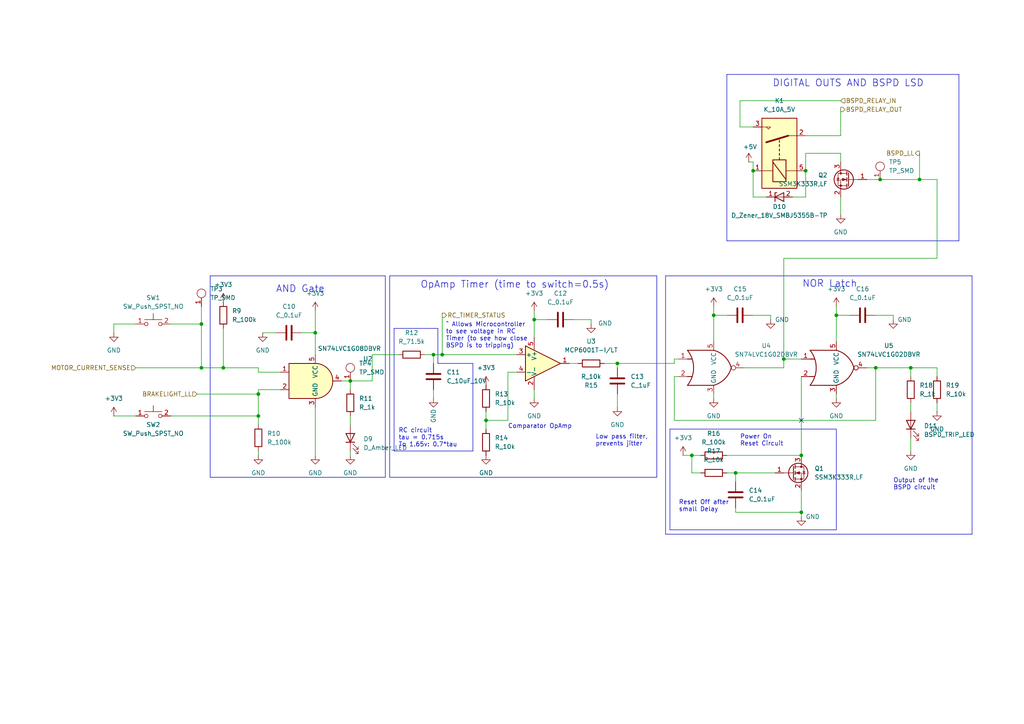
<source format=kicad_sch>
(kicad_sch (version 20250114) (generator "eeschema") (generator_version "9.0")
  (paper "A4")
  (lib_symbols
    (symbol "OEM:C_0.1uF_16V_0603" (pin_numbers (hide yes)) (pin_names (offset 0.254))
      (property "Reference" "C" (at 0.635 2.54 0))
      (property "Value" "C_0.1uF_16V" (at 0.635 -2.54 0))
      (symbol "C_0.1uF_16V_0603_0_1"
        (polyline (pts (xy -2.032 0.762) (xy 2.032 0.762)) (stroke (width 0.508)))
        (polyline (pts (xy -2.032 -0.762) (xy 2.032 -0.762)) (stroke (width 0.508)))
      )
      (symbol "C_0.1uF_16V_0603_1_1"
        (pin passive line (at 0 3.81 270) (length 2.794) (name "~") (number "1"))
        (pin passive line (at 0 -3.81 90) (length 2.794) (name "~") (number "2"))
      )
    )
    (symbol "OEM:C_10uF_10V_0603" (pin_numbers (hide yes)) (pin_names (offset 0.254))
      (property "Reference" "C" (at 0.635 2.54 0))
      (property "Value" "C_10uF_10V" (at 0.635 -2.54 0))
      (symbol "C_10uF_10V_0603_0_1"
        (polyline (pts (xy -2.032 0.762) (xy 2.032 0.762)) (stroke (width 0.508)))
        (polyline (pts (xy -2.032 -0.762) (xy 2.032 -0.762)) (stroke (width 0.508)))
      )
      (symbol "C_10uF_10V_0603_1_1"
        (pin passive line (at 0 3.81 270) (length 2.794) (name "~") (number "1"))
        (pin passive line (at 0 -3.81 90) (length 2.794) (name "~") (number "2"))
      )
    )
    (symbol "OEM:C_1uF_25V_0603" (pin_numbers (hide yes)) (pin_names (offset 0.254))
      (property "Reference" "C" (at 0.635 2.54 0))
      (property "Value" "C_1uF_25V" (at 0.635 -2.54 0))
      (symbol "C_1uF_25V_0603_0_1"
        (polyline (pts (xy -2.032 0.762) (xy 2.032 0.762)) (stroke (width 0.508)))
        (polyline (pts (xy -2.032 -0.762) (xy 2.032 -0.762)) (stroke (width 0.508)))
      )
      (symbol "C_1uF_25V_0603_1_1"
        (pin passive line (at 0 3.81 270) (length 2.794) (name "~") (number "1"))
        (pin passive line (at 0 -3.81 90) (length 2.794) (name "~") (number "2"))
      )
    )
    (symbol "OEM:D_LED_Amber_0805" (pin_numbers (hide yes)) (pin_names (offset 1.016) (hide yes))
      (property "Reference" "D" (at 0 2.54 0))
      (property "Value" "D_Amber_LED" (at 0 -2.54 0))
      (symbol "D_LED_Amber_0805_0_1"
        (polyline (pts (xy -3.048 -0.762) (xy -4.572 -2.286) (xy -3.81 -2.286) (xy -4.572 -2.286) (xy -4.572 -1.524)))
        (polyline (pts (xy -1.778 -0.762) (xy -3.302 -2.286) (xy -2.54 -2.286) (xy -3.302 -2.286) (xy -3.302 -1.524)))
        (polyline (pts (xy -1.27 0) (xy 1.27 0)))
        (polyline (pts (xy -1.27 -1.27) (xy -1.27 1.27)) (stroke (width 0.254)))
        (polyline (pts (xy 1.27 -1.27) (xy 1.27 1.27) (xy -1.27 0) (xy 1.27 -1.27)) (stroke (width 0.254)))
      )
      (symbol "D_LED_Amber_0805_1_1"
        (pin passive line (at -3.81 0 0) (length 2.54) (name "K") (number "1"))
        (pin passive line (at 3.81 0 180) (length 2.54) (name "A") (number "2"))
      )
    )
    (symbol "OEM:D_Zener_18V_SMBJ5355B-TP" (pin_names (offset 1.016) (hide yes))
      (property "Reference" "D" (at 0 2.54 0))
      (property "Value" "D_Zener_18V_SMBJ5355B-TP" (at 0 -2.54 0))
      (symbol "D_Zener_18V_SMBJ5355B-TP_0_1"
        (polyline (pts (xy -1.27 -1.27) (xy -1.27 1.27) (xy -0.762 1.27)) (stroke (width 0.254)))
        (polyline (pts (xy 1.27 0) (xy -1.27 0)))
        (polyline (pts (xy 1.27 -1.27) (xy 1.27 1.27) (xy -1.27 0) (xy 1.27 -1.27)) (stroke (width 0.254)))
      )
      (symbol "D_Zener_18V_SMBJ5355B-TP_1_1"
        (pin passive line (at -3.81 0 0) (length 2.54) (name "K") (number "1"))
        (pin passive line (at 3.81 0 180) (length 2.54) (name "A") (number "2"))
      )
    )
    (symbol "OEM:K_SPST-NO_10A_5V_TH"
      (property "Reference" "K" (at 11.43 3.81 0))
      (property "Value" "K_10A_5V" (at 11.43 1.27 0))
      (symbol "K_SPST-NO_10A_5V_TH_0_0"
        (polyline (pts (xy 7.62 5.08) (xy 7.62 2.54) (xy 6.985 3.175) (xy 7.62 3.81)))
      )
      (symbol "K_SPST-NO_10A_5V_TH_0_1"
        (rectangle (start -10.16 5.08) (end 10.16 -5.08) (stroke (width 0.254)) (fill (type background)))
        (rectangle (start -8.255 1.905) (end -1.905 -1.905) (stroke (width 0.254)))
        (polyline (pts (xy -7.62 -1.905) (xy -2.54 1.905)) (stroke (width 0.254)))
        (polyline (pts (xy -5.08 5.08) (xy -5.08 1.905)))
        (polyline (pts (xy -5.08 -5.08) (xy -5.08 -1.905)))
        (polyline (pts (xy -1.905 0) (xy -1.27 0)) (stroke (width 0.254)))
        (polyline (pts (xy -0.635 0) (xy 0 0)) (stroke (width 0.254)))
        (polyline (pts (xy 0.635 0) (xy 1.27 0)) (stroke (width 0.254)))
        (polyline (pts (xy 1.905 0) (xy 2.54 0)) (stroke (width 0.254)))
        (polyline (pts (xy 3.175 0) (xy 3.81 0)) (stroke (width 0.254)))
        (polyline (pts (xy 5.08 -2.54) (xy 3.175 3.81)) (stroke (width 0.508)))
        (polyline (pts (xy 5.08 -2.54) (xy 5.08 -5.08)))
      )
      (symbol "K_SPST-NO_10A_5V_TH_1_1"
        (pin passive line (at -5.08 7.62 270) (length 2.54) (name "~") (number "1"))
        (pin passive line (at -5.08 -7.62 90) (length 2.54) (name "~") (number "5"))
        (pin passive line (at 5.08 -7.62 90) (length 2.54) (name "~") (number "2"))
        (pin passive line (at 7.62 7.62 270) (length 2.54) (name "~") (number "3"))
      )
    )
    (symbol "OEM:Q_NMOS_30V_6A_SOT-23F" (pin_names (offset 0) (hide yes))
      (property "Reference" "Q" (at 5.08 1.905 0))
      (property "Value" "SSM3K333R,LF" (at 5.08 0 0))
      (symbol "Q_NMOS_30V_6A_SOT-23F_0_1"
        (polyline (pts (xy 0.254 1.905) (xy 0.254 -1.905)) (stroke (width 0.254)))
        (polyline (pts (xy 0.254 0) (xy -2.54 0)))
        (polyline (pts (xy 0.762 2.286) (xy 0.762 1.27)) (stroke (width 0.254)))
        (polyline (pts (xy 0.762 0.508) (xy 0.762 -0.508)) (stroke (width 0.254)))
        (polyline (pts (xy 0.762 -1.27) (xy 0.762 -2.286)) (stroke (width 0.254)))
        (polyline (pts (xy 0.762 -1.778) (xy 3.302 -1.778) (xy 3.302 1.778) (xy 0.762 1.778)))
        (polyline (pts (xy 1.016 0) (xy 2.032 0.381) (xy 2.032 -0.381) (xy 1.016 0)) (fill (type outline)))
        (circle (center 1.651 0) (radius 2.794) (stroke (width 0.254)))
        (polyline (pts (xy 2.54 2.54) (xy 2.54 1.778)))
        (circle (center 2.54 1.778) (radius 0.254) (fill (type outline)))
        (circle (center 2.54 -1.778) (radius 0.254) (fill (type outline)))
        (polyline (pts (xy 2.54 -2.54) (xy 2.54 0) (xy 0.762 0)))
        (polyline (pts (xy 2.921 0.381) (xy 3.683 0.381)))
        (polyline (pts (xy 3.302 0.381) (xy 2.921 -0.254) (xy 3.683 -0.254) (xy 3.302 0.381)))
      )
      (symbol "Q_NMOS_30V_6A_SOT-23F_1_1"
        (pin input line (at -5.08 0 0) (length 2.54) (name "G") (number "1"))
        (pin passive line (at 2.54 5.08 270) (length 2.54) (name "D") (number "3"))
        (pin passive line (at 2.54 -5.08 90) (length 2.54) (name "S") (number "2"))
      )
    )
    (symbol "OEM:R_100k_0.1W_0603" (pin_numbers (hide yes)) (pin_names (offset 0))
      (property "Reference" "R" (at 2.032 0 90))
      (property "Value" "R_100k" (at 0 0 90))
      (symbol "R_100k_0.1W_0603_0_1"
        (rectangle (start -1.016 -2.54) (end 1.016 2.54) (stroke (width 0.254)))
      )
      (symbol "R_100k_0.1W_0603_1_1"
        (pin passive line (at 0 3.81 270) (length 1.27) (name "~") (number "1"))
        (pin passive line (at 0 -3.81 90) (length 1.27) (name "~") (number "2"))
      )
    )
    (symbol "OEM:R_10k_0.1W_0603" (pin_numbers (hide yes)) (pin_names (offset 0))
      (property "Reference" "R" (at 2.032 0 90))
      (property "Value" "R_10k" (at 0 0 90))
      (symbol "R_10k_0.1W_0603_0_1"
        (rectangle (start -1.016 -2.54) (end 1.016 2.54) (stroke (width 0.254)))
      )
      (symbol "R_10k_0.1W_0603_1_1"
        (pin passive line (at 0 3.81 270) (length 1.27) (name "~") (number "1"))
        (pin passive line (at 0 -3.81 90) (length 1.27) (name "~") (number "2"))
      )
    )
    (symbol "OEM:R_1k_0.1W_0603" (pin_numbers (hide yes)) (pin_names (offset 0))
      (property "Reference" "R" (at 2.032 0 90))
      (property "Value" "R_1k" (at 0 0 90))
      (symbol "R_1k_0.1W_0603_0_1"
        (rectangle (start -1.016 -2.54) (end 1.016 2.54) (stroke (width 0.254)))
      )
      (symbol "R_1k_0.1W_0603_1_1"
        (pin passive line (at 0 3.81 270) (length 1.27) (name "~") (number "1"))
        (pin passive line (at 0 -3.81 90) (length 1.27) (name "~") (number "2"))
      )
    )
    (symbol "OEM:R_71.5k_0.1W_0603" (pin_numbers (hide yes)) (pin_names (offset 0))
      (property "Reference" "R" (at 2.032 0 90))
      (property "Value" "R_71.5k" (at 0 0 90))
      (symbol "R_71.5k_0.1W_0603_0_1"
        (rectangle (start -1.016 -2.54) (end 1.016 2.54) (stroke (width 0.254)))
      )
      (symbol "R_71.5k_0.1W_0603_1_1"
        (pin passive line (at 0 3.81 270) (length 1.27) (name "~") (number "1"))
        (pin passive line (at 0 -3.81 90) (length 1.27) (name "~") (number "2"))
      )
    )
    (symbol "OEM:SW_Push_SPST_NO" (pin_names (offset 1.016) (hide yes))
      (property "Reference" "SW" (at 2.54 3.81 0))
      (property "Value" "SW_Push_SPST_NO" (at 1.27 -2.54 0))
      (symbol "SW_Push_SPST_NO_1_1"
        (circle (center -2.032 0) (radius 0.508))
        (polyline (pts (xy 0 1.27) (xy 0 3.048)))
        (circle (center 2.032 0) (radius 0.508))
        (polyline (pts (xy 2.54 1.27) (xy -2.54 1.27)))
        (pin passive line (at -5.08 0 0) (length 2.54) (name "1") (number "1"))
        (pin passive line (at 5.08 0 180) (length 2.54) (name "2") (number "2"))
      )
    )
    (symbol "OEM:TP_Hook_SMD" (pin_names (offset 1.016))
      (property "Reference" "TP" (at 0 7.62 0))
      (property "Value" "TP_SMD" (at 1.27 5.08 0))
      (symbol "TP_Hook_SMD_1_1"
        (circle (center 0 2.54) (radius 1.27))
        (pin input line (at 0 -1.27 90) (length 2.54) (name "~") (number "1"))
      )
    )
    (symbol "OEM:U_AND-Gate_SN74LVC1G08DBVR_SOT23-5new"
      (property "Reference" "U" (at -2.54 3.81 0))
      (property "Value" "SN74LVC1G08DBVR" (at 0 -3.81 0))
      (symbol "U_AND-Gate_SN74LVC1G08DBVR_SOT23-5new_0_1"
        (arc (start 0 5.08) (mid 5.0579 0) (end 0 -5.08) (stroke (width 0.254)) (fill (type background)))
        (polyline (pts (xy 0 -5.08) (xy -7.62 -5.08) (xy -7.62 5.08) (xy 0 5.08)) (stroke (width 0.254)) (fill (type background)))
      )
      (symbol "U_AND-Gate_SN74LVC1G08DBVR_SOT23-5new_1_1"
        (pin input line (at -10.16 2.54 0) (length 2.54) (name "~") (number "1"))
        (pin input line (at -10.16 -2.54 0) (length 2.54) (name "~") (number "2"))
        (pin power_in line (at 0 7.62 270) (length 2.54) (name "VCC") (number "5"))
        (pin power_in line (at 0 -7.62 90) (length 2.54) (name "GND") (number "3"))
        (pin output line (at 7.62 0 180) (length 2.54) (name "~") (number "4"))
      )
    )
    (symbol "OEM:U_NOR-Gate_SN74LVC1G02DBVR_SOT23-5"
      (property "Reference" "U" (at -2.54 3.81 0))
      (property "Value" "SN74LVC1G02DBVR" (at 0 -3.81 0))
      (symbol "U_NOR-Gate_SN74LVC1G02DBVR_SOT23-5_0_1"
        (arc (start -7.62 5.08) (mid -5.838 0) (end -7.62 -5.08) (stroke (width 0.254)))
        (polyline (pts (xy -7.62 2.54) (xy -6.35 2.54)) (stroke (width 0.254)) (fill (type background)))
        (polyline (pts (xy -7.62 -2.54) (xy -6.35 -2.54)) (stroke (width 0.254)) (fill (type background)))
        (arc (start 5.08 0) (mid 3.202 -3.202) (end 0 -5.08) (stroke (width 0.254)))
        (arc (start 0 5.08) (mid 3.2271 3.2271) (end 5.08 0) (stroke (width 0.254)))
        (polyline (pts (xy 0 5.08) (xy -7.62 5.08)) (stroke (width 0.254)) (fill (type background)))
        (polyline (pts (xy 0 -5.08) (xy -7.62 -5.08)) (stroke (width 0.254)) (fill (type background)))
      )
      (symbol "U_NOR-Gate_SN74LVC1G02DBVR_SOT23-5_1_1"
        (pin input line (at -10.16 2.54 0) (length 2.54) (name "~") (number "1"))
        (pin input line (at -10.16 -2.54 0) (length 2.54) (name "~") (number "2"))
        (pin power_in line (at 0 7.62 270) (length 2.54) (name "VCC") (number "5"))
        (pin power_in line (at 0 -7.62 90) (length 2.54) (name "GND") (number "3"))
        (pin output inverted (at 8.89 0 180) (length 3.81) (name "~") (number "4"))
      )
    )
    (symbol "OEM:U_OpAmp_MCP6001T-ILT_SOT-353" (pin_names (offset 0.127))
      (property "Reference" "U" (at 0 5.08 0))
      (property "Value" "MCP6001T-I/LT" (at 0 -5.08 0))
      (symbol "U_OpAmp_MCP6001T-ILT_SOT-353_0_1"
        (polyline (pts (xy -5.08 5.08) (xy 5.08 0) (xy -5.08 -5.08) (xy -5.08 5.08)) (stroke (width 0.254)) (fill (type background)))
        (pin power_in line (at -2.54 7.62 270) (length 3.81) (name "V+") (number "5"))
        (pin power_in line (at -2.54 -7.62 90) (length 3.81) (name "V-") (number "2"))
      )
      (symbol "U_OpAmp_MCP6001T-ILT_SOT-353_1_1"
        (pin input line (at -7.62 2.54 0) (length 2.54) (name "+") (number "3"))
        (pin input line (at -7.62 -2.54 0) (length 2.54) (name "-") (number "4"))
        (pin output line (at 7.62 0 180) (length 2.54) (name "~") (number "1"))
      )
    )
    (symbol "power:+3V3" (power) (pin_numbers (hide yes)) (pin_names (offset 0) (hide yes))
      (property "Value" "+3V3" (at 0 3.556 0))
      (symbol "+3V3_0_1"
        (polyline (pts (xy -0.762 1.27) (xy 0 2.54)))
        (polyline (pts (xy 0 2.54) (xy 0.762 1.27)))
        (polyline (pts (xy 0 0) (xy 0 2.54)))
      )
      (symbol "+3V3_1_1"
        (pin power_in line (at 0 0 90) (length 0) (name "~") (number "1"))
      )
    )
    (symbol "power:+5V" (power) (pin_numbers (hide yes)) (pin_names (offset 0) (hide yes))
      (property "Value" "+5V" (at 0 3.556 0))
      (symbol "+5V_0_1"
        (polyline (pts (xy -0.762 1.27) (xy 0 2.54)))
        (polyline (pts (xy 0 2.54) (xy 0.762 1.27)))
        (polyline (pts (xy 0 0) (xy 0 2.54)))
      )
      (symbol "+5V_1_1"
        (pin power_in line (at 0 0 90) (length 0) (name "~") (number "1"))
      )
    )
    (symbol "power:GND" (power) (pin_numbers (hide yes)) (pin_names (offset 0) (hide yes))
      (property "Value" "GND" (at 0 -3.81 0))
      (symbol "GND_0_1"
        (polyline (pts (xy 0 0) (xy 0 -1.27) (xy 1.27 -1.27) (xy 0 -2.54) (xy -1.27 -1.27) (xy 0 -1.27)))
      )
      (symbol "GND_1_1"
        (pin power_in line (at 0 0 270) (length 0) (name "~") (number "1"))
      )
    )
  )
  (text "Low pass filter,\nprevents jitter" (at 172.72 129.54 0) (effects (font (size 1.27 1.27)) (justify left bottom)))
  (text "OpAmp Timer (time to switch=0.5s)" (at 121.92 83.82 0) (effects (font (size 2 2)) (justify left bottom)))
  (text "Comparator OpAmp" (at 147.32 124.46 0) (effects (font (size 1.27 1.27)) (justify left bottom)))
  (text "Output of the\nBSPD circuit" (at 259.08 142.24 0) (effects (font (size 1.27 1.27)) (justify left bottom)))
  (text "RC circuit\ntau = 0.715s\nTo 1.65v: 0.7*tau" (at 115.57 129.794 0) (effects (font (size 1.27 1.27)) (justify left bottom)))
  (text "Power On\nReset Circuit" (at 214.63 129.54 0) (effects (font (size 1.27 1.27)) (justify left bottom)))
  (text "Reset Off after\nsmall Delay" (at 196.85 148.59 0) (effects (font (size 1.27 1.27)) (justify left bottom)))
  (text "NOR Latch" (at 232.664 83.566 0) (effects (font (size 2 2)) (justify left bottom)))
  (text "^ Allows Microcontroller \nto see voltage in RC \nTimer (to see how close \nBSPD is to tripping)" (at 129.286 97.282 0) (effects (font (size 1.27 1.27)) (justify left)))
  (text "AND Gate" (at 80.01 85.09 0) (effects (font (size 2 2)) (justify left bottom)))
  (text "DIGITAL OUTS AND BSPD LSD" (at 267.97 25.4 0) (effects (font (size 2 2)) (justify right bottom)))
  (junction (at 128.27 102.87))
  (junction (at 125.73 102.87))
  (junction (at 218.44 49.53))
  (junction (at 242.57 91.44))
  (junction (at 227.33 104.14))
  (junction (at 255.27 52.07))
  (junction (at 58.42 106.68))
  (junction (at 101.6 110.49))
  (junction (at 254 106.68))
  (junction (at 232.41 132.08))
  (junction (at 74.93 114.3))
  (junction (at 91.44 96.52))
  (junction (at 58.42 93.98))
  (junction (at 179.07 105.41))
  (junction (at 233.68 49.53))
  (junction (at 266.7 52.07))
  (junction (at 232.41 148.59))
  (junction (at 74.93 120.65))
  (junction (at 213.36 137.16))
  (junction (at 64.77 106.68))
  (junction (at 207.01 91.44))
  (junction (at 140.97 121.92))
  (junction (at 200.66 132.08))
  (junction (at 264.16 106.68))
  (junction (at 154.94 92.71))
  (no_connect (at 232.41 121.92))
  (wire (pts (xy 255.27 52.07) (xy 266.7 52.07)))
  (wire (pts (xy 179.07 105.41) (xy 179.07 106.68)))
  (wire (pts (xy 242.57 88.9) (xy 242.57 91.44)))
  (wire (pts (xy 64.77 95.25) (xy 64.77 106.68)))
  (wire (pts (xy 107.95 110.49) (xy 107.95 102.87)))
  (wire (pts (xy 125.73 102.87) (xy 125.73 105.41)))
  (wire (pts (xy 229.87 57.15) (xy 233.68 57.15)))
  (wire (pts (xy 195.58 104.14) (xy 196.85 104.14)))
  (wire (pts (xy 243.84 31.75) (xy 243.84 39.37)))
  (wire (pts (xy 91.44 118.11) (xy 91.44 132.08)))
  (wire (pts (xy 74.93 106.68) (xy 74.93 107.95)))
  (wire (pts (xy 149.86 107.95) (xy 147.32 107.95)))
  (wire (pts (xy 218.44 91.44) (xy 223.52 91.44)))
  (polyline (pts (xy 127 95.25) (xy 127 105.41)))
  (wire (pts (xy 207.01 88.9) (xy 207.01 91.44)))
  (wire (pts (xy 125.73 102.87) (xy 128.27 102.87)))
  (wire (pts (xy 195.58 109.22) (xy 195.58 121.92)))
  (wire (pts (xy 39.37 106.68) (xy 58.42 106.68)))
  (wire (pts (xy 140.97 119.38) (xy 140.97 121.92)))
  (wire (pts (xy 207.01 91.44) (xy 210.82 91.44)))
  (wire (pts (xy 123.19 102.87) (xy 125.73 102.87)))
  (wire (pts (xy 147.32 107.95) (xy 147.32 121.92)))
  (wire (pts (xy 264.16 106.68) (xy 264.16 109.22)))
  (wire (pts (xy 101.6 110.49) (xy 107.95 110.49)))
  (wire (pts (xy 218.44 49.53) (xy 218.44 57.15)))
  (polyline (pts (xy 137.16 105.41) (xy 137.16 130.81)))
  (wire (pts (xy 125.73 113.03) (xy 125.73 115.57)))
  (wire (pts (xy 207.01 91.44) (xy 207.01 99.06)))
  (wire (pts (xy 165.1 105.41) (xy 167.64 105.41)))
  (polyline (pts (xy 113.03 80.01) (xy 190.5 80.01)))
  (wire (pts (xy 266.7 44.45) (xy 266.7 52.07)))
  (wire (pts (xy 171.45 92.71) (xy 171.45 93.98)))
  (wire (pts (xy 49.53 120.65) (xy 74.93 120.65)))
  (polyline (pts (xy 278.13 69.85) (xy 210.82 69.85)))
  (polyline (pts (xy 193.04 80.01) (xy 281.94 80.01)))
  (wire (pts (xy 74.93 107.95) (xy 81.28 107.95)))
  (wire (pts (xy 271.78 74.93) (xy 227.33 74.93)))
  (polyline (pts (xy 137.16 130.81) (xy 114.3 130.81)))
  (wire (pts (xy 271.78 52.07) (xy 271.78 74.93)))
  (polyline (pts (xy 194.31 124.46) (xy 194.31 153.67)))
  (wire (pts (xy 74.93 113.03) (xy 74.93 114.3)))
  (wire (pts (xy 243.84 57.15) (xy 243.84 62.23)))
  (wire (pts (xy 101.6 110.49) (xy 101.6 113.03)))
  (wire (pts (xy 33.02 93.98) (xy 33.02 96.52)))
  (wire (pts (xy 232.41 132.08) (xy 210.82 132.08)))
  (wire (pts (xy 91.44 96.52) (xy 91.44 102.87)))
  (wire (pts (xy 200.66 132.08) (xy 200.66 137.16)))
  (wire (pts (xy 251.46 52.07) (xy 255.27 52.07)))
  (wire (pts (xy 74.93 130.81) (xy 74.93 132.08)))
  (polyline (pts (xy 127 105.41) (xy 137.16 105.41)))
  (wire (pts (xy 251.46 106.68) (xy 254 106.68)))
  (wire (pts (xy 227.33 74.93) (xy 227.33 104.14)))
  (wire (pts (xy 91.44 90.17) (xy 91.44 96.52)))
  (wire (pts (xy 271.78 52.07) (xy 266.7 52.07)))
  (wire (pts (xy 233.68 49.53) (xy 233.68 57.15)))
  (wire (pts (xy 200.66 132.08) (xy 203.2 132.08)))
  (wire (pts (xy 179.07 114.3) (xy 179.07 118.11)))
  (wire (pts (xy 227.33 104.14) (xy 227.33 106.68)))
  (wire (pts (xy 242.57 91.44) (xy 246.38 91.44)))
  (polyline (pts (xy 193.04 154.94) (xy 281.94 154.94)))
  (wire (pts (xy 232.41 142.24) (xy 232.41 148.59)))
  (wire (pts (xy 218.44 46.99) (xy 218.44 49.53)))
  (wire (pts (xy 107.95 102.87) (xy 115.57 102.87)))
  (polyline (pts (xy 114.3 129.54) (xy 114.3 130.81)))
  (wire (pts (xy 203.2 137.16) (xy 200.66 137.16)))
  (wire (pts (xy 64.77 106.68) (xy 74.93 106.68)))
  (wire (pts (xy 58.42 88.9) (xy 58.42 93.98)))
  (wire (pts (xy 264.16 116.84) (xy 264.16 119.38)))
  (wire (pts (xy 195.58 109.22) (xy 196.85 109.22)))
  (wire (pts (xy 87.63 96.52) (xy 91.44 96.52)))
  (wire (pts (xy 233.68 44.45) (xy 243.84 44.45)))
  (wire (pts (xy 214.63 29.21) (xy 214.63 36.83)))
  (polyline (pts (xy 278.13 21.59) (xy 210.82 21.59)))
  (wire (pts (xy 213.36 137.16) (xy 213.36 139.7)))
  (wire (pts (xy 232.41 104.14) (xy 227.33 104.14)))
  (wire (pts (xy 223.52 91.44) (xy 223.52 92.71)))
  (wire (pts (xy 264.16 106.68) (xy 271.78 106.68)))
  (wire (pts (xy 101.6 130.81) (xy 101.6 132.08)))
  (wire (pts (xy 271.78 106.68) (xy 271.78 109.22)))
  (wire (pts (xy 140.97 121.92) (xy 140.97 124.46)))
  (wire (pts (xy 57.15 114.3) (xy 74.93 114.3)))
  (polyline (pts (xy 111.76 138.43) (xy 111.76 80.01)))
  (polyline (pts (xy 278.13 21.59) (xy 278.13 69.85)))
  (wire (pts (xy 33.02 93.98) (xy 39.37 93.98)))
  (wire (pts (xy 242.57 114.3) (xy 242.57 115.57)))
  (wire (pts (xy 254 106.68) (xy 254 121.92)))
  (wire (pts (xy 214.63 36.83) (xy 218.44 36.83)))
  (wire (pts (xy 49.53 93.98) (xy 58.42 93.98)))
  (wire (pts (xy 195.58 121.92) (xy 254 121.92)))
  (wire (pts (xy 271.78 116.84) (xy 271.78 119.38)))
  (polyline (pts (xy 60.96 80.01) (xy 111.76 80.01)))
  (wire (pts (xy 243.84 29.21) (xy 214.63 29.21)))
  (wire (pts (xy 147.32 121.92) (xy 140.97 121.92)))
  (wire (pts (xy 217.17 46.99) (xy 218.44 46.99)))
  (wire (pts (xy 74.93 113.03) (xy 81.28 113.03)))
  (wire (pts (xy 74.93 120.65) (xy 74.93 123.19)))
  (wire (pts (xy 179.07 105.41) (xy 195.58 105.41)))
  (polyline (pts (xy 194.31 124.46) (xy 242.57 124.46)))
  (wire (pts (xy 259.08 91.44) (xy 259.08 92.71)))
  (polyline (pts (xy 190.5 138.43) (xy 190.5 80.01)))
  (wire (pts (xy 215.9 106.68) (xy 227.33 106.68)))
  (wire (pts (xy 233.68 39.37) (xy 243.84 39.37)))
  (wire (pts (xy 198.12 132.08) (xy 200.66 132.08)))
  (polyline (pts (xy 281.94 80.01) (xy 281.94 154.94)))
  (wire (pts (xy 58.42 93.98) (xy 58.42 106.68)))
  (polyline (pts (xy 114.3 129.54) (xy 114.3 95.25)))
  (wire (pts (xy 195.58 104.14) (xy 195.58 105.41)))
  (wire (pts (xy 218.44 57.15) (xy 222.25 57.15)))
  (wire (pts (xy 207.01 114.3) (xy 207.01 115.57)))
  (polyline (pts (xy 242.57 153.67) (xy 194.31 153.67)))
  (polyline (pts (xy 114.3 95.25) (xy 127 95.25)))
  (polyline (pts (xy 113.03 80.01) (xy 113.03 138.43)))
  (wire (pts (xy 154.94 90.17) (xy 154.94 92.71)))
  (polyline (pts (xy 193.04 80.01) (xy 193.04 154.94)))
  (wire (pts (xy 243.84 44.45) (xy 243.84 46.99)))
  (wire (pts (xy 128.27 91.44) (xy 128.27 102.87)))
  (wire (pts (xy 101.6 120.65) (xy 101.6 123.19)))
  (wire (pts (xy 264.16 127) (xy 264.16 130.81)))
  (wire (pts (xy 233.68 44.45) (xy 233.68 49.53)))
  (wire (pts (xy 213.36 137.16) (xy 224.79 137.16)))
  (wire (pts (xy 74.93 114.3) (xy 74.93 120.65)))
  (wire (pts (xy 33.02 120.65) (xy 39.37 120.65)))
  (wire (pts (xy 128.27 102.87) (xy 149.86 102.87)))
  (wire (pts (xy 232.41 109.22) (xy 232.41 132.08)))
  (wire (pts (xy 76.2 96.52) (xy 80.01 96.52)))
  (polyline (pts (xy 113.03 138.43) (xy 190.5 138.43)))
  (polyline (pts (xy 60.96 80.01) (xy 60.96 138.43)))
  (wire (pts (xy 154.94 113.03) (xy 154.94 115.57)))
  (wire (pts (xy 242.57 91.44) (xy 242.57 99.06)))
  (wire (pts (xy 166.37 92.71) (xy 171.45 92.71)))
  (wire (pts (xy 99.06 110.49) (xy 101.6 110.49)))
  (wire (pts (xy 232.41 148.59) (xy 232.41 149.86)))
  (wire (pts (xy 58.42 106.68) (xy 64.77 106.68)))
  (wire (pts (xy 175.26 105.41) (xy 179.07 105.41)))
  (wire (pts (xy 154.94 92.71) (xy 154.94 97.79)))
  (wire (pts (xy 254 91.44) (xy 259.08 91.44)))
  (polyline (pts (xy 60.96 138.43) (xy 111.76 138.43)))
  (wire (pts (xy 154.94 92.71) (xy 158.75 92.71)))
  (wire (pts (xy 213.36 147.32) (xy 213.36 148.59)))
  (wire (pts (xy 210.82 137.16) (xy 213.36 137.16)))
  (wire (pts (xy 213.36 148.59) (xy 232.41 148.59)))
  (wire (pts (xy 254 106.68) (xy 264.16 106.68)))
  (polyline (pts (xy 210.82 69.85) (xy 210.82 21.59)))
  (polyline (pts (xy 242.57 124.46) (xy 242.57 153.67)))
  (hierarchical_label "RC_TIMER_STATUS" (shape output) (at 128.27 91.44 0))
  (hierarchical_label "BRAKELIGHT_LL" (shape input) (at 57.15 114.3 180))
  (hierarchical_label "MOTOR_CURRENT_SENSE" (shape input) (at 39.37 106.68 180))
  (hierarchical_label "BSPD_LL" (shape output) (at 266.7 44.45 180))
  (hierarchical_label "BSPD_RELAY_OUT" (shape output) (at 243.84 31.75 0))
  (hierarchical_label "BSPD_RELAY_IN" (shape input) (at 243.84 29.21 0))
  (symbol (lib_id "OEM:R_10k_0.1W_0603") (at 140.97 115.57 0) (unit 1)
    (property "Reference" "R13" (at 143.51 114.2999 0) (effects (justify left)))
    (property "Value" "R_10k" (at 143.51 116.8399 0) (effects (justify left)))
    (property "Footprint" "OEM:R_0603_1608Metric" (effects (hide yes)))
    (property "Datasheet" "https://www.mouser.com/datasheet/3/1099/1/SEI-RMCF_RMCP.pdf" (effects (hide yes)))
    (property "Description" "RES 10K OHM 1% 1/10W 0603" (effects (hide yes)))
    (property "MPN" "RMCF0603FT10K0" (effects (hide yes)))
  )
  (symbol (lib_id "OEM:R_10k_0.1W_0603") (at 171.45 105.41 90) (mirror x) (unit 1)
    (property "Reference" "R15" (at 171.45 111.76 90))
    (property "Value" "R_10k" (at 171.45 109.22 90))
    (property "Footprint" "OEM:R_0603_1608Metric" (effects (hide yes)))
    (property "Datasheet" "https://www.mouser.com/datasheet/3/1099/1/SEI-RMCF_RMCP.pdf" (effects (hide yes)))
    (property "Description" "RES 10K OHM 1% 1/10W 0603" (effects (hide yes)))
    (property "MPN" "RMCF0603FT10K0" (effects (hide yes)))
  )
  (symbol (lib_id "OEM:Q_NMOS_30V_6A_SOT-23F") (at 229.87 137.16 0) (unit 1)
    (property "Reference" "Q1" (at 236.22 135.8899 0) (effects (justify left)))
    (property "Value" "SSM3K333R,LF" (at 236.22 138.4299 0) (effects (justify left)))
    (property "Footprint" "OEM:SOT-23-3" (effects (hide yes)))
    (property "Datasheet" "https://www.mouser.com/datasheet/3/105/1/6D62190F2E76D58532DB25403AB4F650F25B6580F37A84A2AFAB7A89D257D933.pdf" (effects (hide yes)))
    (property "Description" "MOSFET N CH 30V 6A 2-3Z1A" (effects (hide yes)))
    (property "MPN" "SSM3K333R,LF" (effects (hide yes)))
  )
  (symbol (lib_id "power:+3V3") (at 140.97 111.76 0) (unit 1)
    (property "Reference" "#PWR?" (effects (hide yes)))
    (property "Value" "+3V3" (at 140.97 106.68 0))
    (property "Description" "Power symbol creates a global label with name \"+3V3\"" (effects (hide yes)))
  )
  (symbol (lib_id "OEM:R_100k_0.1W_0603") (at 64.77 91.44 0) (unit 1)
    (property "Reference" "R9" (at 67.31 90.1699 0) (effects (justify left)))
    (property "Value" "R_100k" (at 67.31 92.7099 0) (effects (justify left)))
    (property "Footprint" "OEM:R_0603_1608Metric" (effects (hide yes)))
    (property "Datasheet" "https://www.mouser.com/datasheet/3/1099/1/SEI-RMCF_RMCP.pdf" (effects (hide yes)))
    (property "Description" "RES 100K OHM 1% 1/10W 0603" (effects (hide yes)))
    (property "MPN" "RMCF0603FT100K" (effects (hide yes)))
  )
  (symbol (lib_id "OEM:D_Zener_18V_SMBJ5355B-TP") (at 226.06 57.15 0) (unit 1)
    (property "Reference" "D10" (at 226.06 59.944 0))
    (property "Value" "D_Zener_18V_SMBJ5355B-TP" (at 226.06 62.484 0))
    (property "Footprint" "OEM:DO-214AA" (effects (hide yes)))
    (property "Datasheet" "https://www.mccsemi.com/pdf/Products/SMBJ5338B-SMBJ5388B(SMB).pdf" (effects (hide yes)))
    (property "Description" "Zener diode 18V 5W 5%" (effects (hide yes)))
    (property "MPN" "SMBJ5355B-TP" (effects (hide yes)))
    (property "MFN" "Micro Commercial Co" (effects (hide yes)))
    (property "DKPN" "SMBJ5355B-TPMSCT-ND" (effects (hide yes)))
    (property "NewDesigns" "YES" (effects (hide yes)))
    (property "Stocked" "Tape" (effects (hide yes)))
    (property "Package" "DO-214AA" (effects (hide yes)))
    (property "Style" "SMD" (effects (hide yes)))
  )
  (symbol (lib_id "OEM:TP_Hook_SMD") (at 101.6 109.22 0) (unit 1)
    (property "Reference" "TP4" (at 104.14 105.4099 0) (effects (justify left)))
    (property "Value" "TP_SMD" (at 104.14 107.9499 0) (effects (justify left)))
    (property "Footprint" "OEM:TP_Hook_SMD" (effects (hide yes)))
    (property "Datasheet" "https://www.mouser.com/datasheet/3/201/1/5019.PDF" (effects (hide yes)))
    (property "Description" "Test Point SMD Hook" (effects (hide yes)))
    (property "MPN" "5019" (effects (hide yes)))
  )
  (symbol (lib_id "power:+3V3") (at 242.57 88.9 0) (unit 1)
    (property "Reference" "#PWR?" (effects (hide yes)))
    (property "Value" "+3V3" (at 242.57 83.82 0))
    (property "Description" "Power symbol creates a global label with name \"+3V3\"" (effects (hide yes)))
  )
  (symbol (lib_id "power:+3V3") (at 154.94 90.17 0) (unit 1)
    (property "Reference" "#PWR?" (effects (hide yes)))
    (property "Value" "+3V3" (at 154.94 85.09 0))
    (property "Description" "Power symbol creates a global label with name \"+3V3\"" (effects (hide yes)))
  )
  (symbol (lib_id "power:GND") (at 179.07 118.11 0) (unit 1)
    (property "Reference" "#PWR?" (effects (hide yes)))
    (property "Value" "GND" (at 179.07 123.19 0))
    (property "Description" "Power symbol creates a global label with name \"GND\" , ground" (effects (hide yes)))
  )
  (symbol (lib_id "OEM:K_SPST-NO_10A_5V_TH") (at 226.06 44.45 90) (unit 1)
    (property "Reference" "K1" (at 226.06 29.21 90))
    (property "Value" "K_10A_5V" (at 226.06 31.75 90))
    (property "Footprint" "OEM:G5Q1A4DC5 (K_SPST-NO_10A_5V_TH - G5Q-1A4-DC5)" (effects (hide yes)))
    (property "Datasheet" "https://www.mouser.com/datasheet/3/39/1/J155-E1.pdf" (effects (hide yes)))
    (property "Description" "RELAY GEN PURPOSE SPST 10A 5V" (effects (hide yes)))
    (property "MPN" "G5Q-1A4 DC5" (effects (hide yes)))
  )
  (symbol (lib_id "power:+5V") (at 217.17 46.99 0) (unit 1)
    (property "Reference" "#PWR?" (effects (hide yes)))
    (property "Value" "+5V" (at 217.551 42.5958 0))
    (property "Description" "Power symbol creates a global label with name \"+5V\"" (effects (hide yes)))
  )
  (symbol (lib_id "OEM:D_LED_Amber_0805") (at 101.6 127 90) (unit 1)
    (property "Reference" "D9" (at 105.41 127.3174 90) (effects (justify right)))
    (property "Value" "D_Amber_LED" (at 105.41 129.8574 90) (effects (justify right)))
    (property "Footprint" "OEM:D_0805_2012Metric" (effects (hide yes)))
    (property "Datasheet" "https://www.mouser.com/catalog/specsheets/ltstc171aktliteon.pdf" (effects (hide yes)))
    (property "Description" "LED ORANGE CLEAR SMD" (effects (hide yes)))
    (property "Sim.Pins" "1=K 2=A" (effects (hide yes)))
    (property "MPN" " LTST-C171AKT " (effects (hide yes)))
  )
  (symbol (lib_id "power:GND") (at 223.52 92.71 0) (unit 1)
    (property "Reference" "#PWR?" (effects (hide yes)))
    (property "Value" "GND" (at 226.822 92.71 0))
    (property "Description" "Power symbol creates a global label with name \"GND\" , ground" (effects (hide yes)))
  )
  (symbol (lib_id "power:+3V3") (at 207.01 88.9 0) (unit 1)
    (property "Reference" "#PWR?" (effects (hide yes)))
    (property "Value" "+3V3" (at 207.01 83.82 0))
    (property "Description" "Power symbol creates a global label with name \"+3V3\"" (effects (hide yes)))
  )
  (symbol (lib_id "OEM:C_0.1uF_16V_0603") (at 250.19 91.44 90) (unit 1)
    (property "Reference" "C16" (at 250.19 83.82 90))
    (property "Value" "C_0.1uF" (at 250.19 86.36 90))
    (property "Footprint" "OEM:C_0603_1608Metric" (effects (hide yes)))
    (property "Datasheet" "https://www.mouser.com/datasheet/3/72/1/KEM_C1005_Y5V_SMD.pdf" (effects (hide yes)))
    (property "Description" "CAP CER 0.1UF 16V Y5V 0603" (effects (hide yes)))
    (property "MPN" "C0603C104Z4VACTU" (effects (hide yes)))
  )
  (symbol (lib_id "OEM:R_10k_0.1W_0603") (at 271.78 113.03 180) (unit 1)
    (property "Reference" "R19" (at 274.32 111.7599 0) (effects (justify right)))
    (property "Value" "R_10k" (at 274.32 114.2999 0) (effects (justify right)))
    (property "Footprint" "OEM:R_0603_1608Metric" (effects (hide yes)))
    (property "Datasheet" "https://www.mouser.com/datasheet/3/1099/1/SEI-RMCF_RMCP.pdf" (effects (hide yes)))
    (property "Description" "RES 10K OHM 1% 1/10W 0603" (effects (hide yes)))
    (property "MPN" "RMCF0603FT10K0" (effects (hide yes)))
  )
  (symbol (lib_id "OEM:D_LED_Amber_0805") (at 264.16 123.19 90) (unit 1)
    (property "Reference" "D11" (at 267.97 123.5074 90) (effects (justify right)))
    (property "Value" "BSPD_TRIP_LED" (at 267.97 126.0474 90) (effects (justify right)))
    (property "Footprint" "OEM:D_0805_2012Metric" (effects (hide yes)))
    (property "Datasheet" "https://www.mouser.com/catalog/specsheets/ltstc171aktliteon.pdf" (effects (hide yes)))
    (property "Description" "LED ORANGE CLEAR SMD" (effects (hide yes)))
    (property "Sim.Pins" "1=K 2=A" (effects (hide yes)))
    (property "MPN" " LTST-C171AKT " (effects (hide yes)))
  )
  (symbol (lib_id "OEM:R_10k_0.1W_0603") (at 140.97 128.27 0) (unit 1)
    (property "Reference" "R14" (at 143.51 126.9999 0) (effects (justify left)))
    (property "Value" "R_10k" (at 143.51 129.5399 0) (effects (justify left)))
    (property "Footprint" "OEM:R_0603_1608Metric" (effects (hide yes)))
    (property "Datasheet" "https://www.mouser.com/datasheet/3/1099/1/SEI-RMCF_RMCP.pdf" (effects (hide yes)))
    (property "Description" "RES 10K OHM 1% 1/10W 0603" (effects (hide yes)))
    (property "MPN" "RMCF0603FT10K0" (effects (hide yes)))
  )
  (symbol (lib_id "OEM:R_1k_0.1W_0603") (at 101.6 116.84 0) (unit 1)
    (property "Reference" "R11" (at 104.14 115.5699 0) (effects (justify left)))
    (property "Value" "R_1k" (at 104.14 118.1099 0) (effects (justify left)))
    (property "Footprint" "OEM:R_0603_1608Metric" (effects (hide yes)))
    (property "Datasheet" "https://www.mouser.com/datasheet/3/1099/1/SEI-RMCF_RMCP.pdf (or https://industrial.panasonic.com/ww/products/pt/general-purpose-chip-resistors/models/ERJ3GEYJ102V)" (effects (hide yes)))
    (property "Description" "RES SMD 1K OHM 5% 1/10W 0603" (effects (hide yes)))
    (property "MPN" "RMCF0603FT1K00 (or ERJ-3GEYJ102V)" (effects (hide yes)))
  )
  (symbol (lib_id "power:GND") (at 140.97 132.08 0) (unit 1)
    (property "Reference" "#PWR?" (effects (hide yes)))
    (property "Value" "GND" (at 140.97 137.16 0))
    (property "Description" "Power symbol creates a global label with name \"GND\" , ground" (effects (hide yes)))
  )
  (symbol (lib_id "power:GND") (at 76.2 96.52 0) (unit 1)
    (property "Reference" "#PWR?" (effects (hide yes)))
    (property "Value" "GND" (at 76.2 101.6 0))
    (property "Description" "Power symbol creates a global label with name \"GND\" , ground" (effects (hide yes)))
  )
  (symbol (lib_id "OEM:R_1k_0.1W_0603") (at 264.16 113.03 0) (unit 1)
    (property "Reference" "R18" (at 266.7 111.7599 0) (effects (justify left)))
    (property "Value" "R_1k" (at 266.7 114.2999 0) (effects (justify left)))
    (property "Footprint" "OEM:R_0603_1608Metric" (effects (hide yes)))
    (property "Datasheet" "https://www.mouser.com/datasheet/3/1099/1/SEI-RMCF_RMCP.pdf (or https://industrial.panasonic.com/ww/products/pt/general-purpose-chip-resistors/models/ERJ3GEYJ102V)" (effects (hide yes)))
    (property "Description" "RES SMD 1K OHM 5% 1/10W 0603" (effects (hide yes)))
    (property "MPN" "RMCF0603FT1K00 (or ERJ-3GEYJ102V)" (effects (hide yes)))
  )
  (symbol (lib_id "OEM:C_0.1uF_16V_0603") (at 213.36 143.51 180) (unit 1)
    (property "Reference" "C14" (at 217.17 142.2399 0) (effects (justify right)))
    (property "Value" "C_0.1uF" (at 217.17 144.7799 0) (effects (justify right)))
    (property "Footprint" "OEM:C_0603_1608Metric" (effects (hide yes)))
    (property "Datasheet" "https://www.mouser.com/datasheet/3/72/1/KEM_C1005_Y5V_SMD.pdf" (effects (hide yes)))
    (property "Description" "CAP CER 0.1UF 16V Y5V 0603" (effects (hide yes)))
    (property "MPN" "C0603C104Z4VACTU" (effects (hide yes)))
  )
  (symbol (lib_id "OEM:Q_NMOS_30V_6A_SOT-23F") (at 246.38 52.07 0) (mirror y) (unit 1)
    (property "Reference" "Q2" (at 240.03 50.7999 0) (effects (justify left)))
    (property "Value" "SSM3K333R,LF" (at 240.03 53.3399 0) (effects (justify left)))
    (property "Footprint" "OEM:SOT-23-3" (effects (hide yes)))
    (property "Datasheet" "https://www.mouser.com/datasheet/3/105/1/6D62190F2E76D58532DB25403AB4F650F25B6580F37A84A2AFAB7A89D257D933.pdf" (effects (hide yes)))
    (property "Description" "MOSFET N CH 30V 6A 2-3Z1A" (effects (hide yes)))
    (property "MPN" "SSM3K333R,LF" (effects (hide yes)))
  )
  (symbol (lib_id "OEM:R_100k_0.1W_0603") (at 207.01 132.08 90) (unit 1)
    (property "Reference" "R16" (at 207.01 125.73 90))
    (property "Value" "R_100k" (at 207.01 128.27 90))
    (property "Footprint" "OEM:R_0603_1608Metric" (effects (hide yes)))
    (property "Datasheet" "https://www.mouser.com/datasheet/3/1099/1/SEI-RMCF_RMCP.pdf" (effects (hide yes)))
    (property "Description" "RES 100K OHM 1% 1/10W 0603" (effects (hide yes)))
    (property "MPN" "RMCF0603FT100K" (effects (hide yes)))
  )
  (symbol (lib_id "power:GND") (at 33.02 96.52 0) (unit 1)
    (property "Reference" "#PWR?" (effects (hide yes)))
    (property "Value" "GND" (at 33.02 101.6 0))
    (property "Description" "Power symbol creates a global label with name \"GND\" , ground" (effects (hide yes)))
  )
  (symbol (lib_id "power:+3V3") (at 33.02 120.65 0) (unit 1)
    (property "Reference" "#PWR?" (effects (hide yes)))
    (property "Value" "+3V3" (at 33.02 115.57 0))
    (property "Description" "Power symbol creates a global label with name \"+3V3\"" (effects (hide yes)))
  )
  (symbol (lib_id "power:GND") (at 171.45 93.98 0) (unit 1)
    (property "Reference" "#PWR?" (effects (hide yes)))
    (property "Value" "GND" (at 175.514 94.488 0) (effects (justify bottom)))
    (property "Description" "Power symbol creates a global label with name \"GND\" , ground" (effects (hide yes)))
  )
  (symbol (lib_id "power:GND") (at 74.93 132.08 0) (unit 1)
    (property "Reference" "#PWR?" (effects (hide yes)))
    (property "Value" "GND" (at 74.93 137.16 0))
    (property "Description" "Power symbol creates a global label with name \"GND\" , ground" (effects (hide yes)))
  )
  (symbol (lib_id "power:GND") (at 271.78 119.38 0) (unit 1)
    (property "Reference" "#PWR?" (effects (hide yes)))
    (property "Value" "GND" (at 271.78 124.46 0))
    (property "Description" "Power symbol creates a global label with name \"GND\" , ground" (effects (hide yes)))
  )
  (symbol (lib_id "OEM:SW_Push_SPST_NO") (at 44.45 93.98 0) (unit 1)
    (property "Reference" "SW1" (at 44.45 86.36 0))
    (property "Value" "SW_Push_SPST_NO" (at 44.45 88.9 0))
    (property "Footprint" "OEM:SW_B3U-1000P_4.2x1.7mm" (effects (hide yes)))
    (property "Datasheet" "https://omronfs.omron.com/en_US/ecb/products/pdf/en-b3u.pdf" (effects (hide yes)))
    (property "Description" "push button SMD" (effects (hide yes)))
    (property "MPN" "B3U-1000P" (effects (hide yes)))
    (property "MFN" "Omron" (effects (hide yes)))
    (property "DKPN" "SW1020CT-ND" (effects (hide yes)))
    (property "NewDesigns" "YES" (effects (hide yes)))
    (property "Stocked" "Tape" (effects (hide yes)))
    (property "Package" "Custom" (effects (hide yes)))
    (property "Style" "SMD" (effects (hide yes)))
  )
  (symbol (lib_id "OEM:C_10uF_10V_0603") (at 125.73 109.22 0) (unit 1)
    (property "Reference" "C11" (at 129.54 107.9499 0) (effects (justify left)))
    (property "Value" "C_10uF_10V" (at 129.54 110.4899 0) (effects (justify left)))
    (property "Footprint" "OEM:C_0603_1608Metric" (effects (hide yes)))
    (property "Datasheet" "https://search.murata.co.jp/Ceramy/image/img/A01X/G101/ENG/GRM188D71A106KA73-01.pdf" (effects (hide yes)))
    (property "Description" "CAP CER 10UF 10V X7T 0603" (effects (hide yes)))
    (property "MPN" "GRM188D71A106KA73D" (effects (hide yes)))
  )
  (symbol (lib_id "power:GND") (at 125.73 115.57 0) (unit 1)
    (property "Reference" "#PWR?" (effects (hide yes)))
    (property "Value" "GND" (at 125.73 120.65 90))
    (property "Description" "Power symbol creates a global label with name \"GND\" , ground" (effects (hide yes)))
  )
  (symbol (lib_id "power:GND") (at 91.44 132.08 0) (unit 1)
    (property "Reference" "#PWR?" (effects (hide yes)))
    (property "Value" "GND" (at 91.44 137.16 0))
    (property "Description" "Power symbol creates a global label with name \"GND\" , ground" (effects (hide yes)))
  )
  (symbol (lib_id "OEM:U_OpAmp_MCP6001T-ILT_SOT-353") (at 157.48 105.41 0) (unit 1)
    (property "Reference" "U3" (at 171.45 98.9898 0))
    (property "Value" "MCP6001T-I/LT" (at 171.45 101.5298 0))
    (property "Footprint" "OEM:SOT-353_SC-70-5" (effects (hide yes)))
    (property "Datasheet" "https://www.mouser.com/datasheet/3/282/1/MCP6001-1R-1U-2-4-1-MHz-Low-Power-Op-Amp-DS20001733L.pdf" (effects (hide yes)))
    (property "Description" "IC OPAMP GP 1 CIRCUIT SC70-5" (effects (hide yes)))
    (property "MPN" "MCP6001T-I/LT" (effects (hide yes)))
  )
  (symbol (lib_id "OEM:SW_Push_SPST_NO") (at 44.45 120.65 0) (unit 1)
    (property "Reference" "SW2" (at 44.45 123.19 0))
    (property "Value" "SW_Push_SPST_NO" (at 44.45 125.73 0))
    (property "Footprint" "OEM:SW_B3U-1000P_4.2x1.7mm" (effects (hide yes)))
    (property "Datasheet" "https://omronfs.omron.com/en_US/ecb/products/pdf/en-b3u.pdf" (effects (hide yes)))
    (property "Description" "push button SMD" (effects (hide yes)))
    (property "MPN" "B3U-1000P" (effects (hide yes)))
    (property "MFN" "Omron" (effects (hide yes)))
    (property "DKPN" "SW1020CT-ND" (effects (hide yes)))
    (property "NewDesigns" "YES" (effects (hide yes)))
    (property "Stocked" "Tape" (effects (hide yes)))
    (property "Package" "Custom" (effects (hide yes)))
    (property "Style" "SMD" (effects (hide yes)))
  )
  (symbol (lib_id "power:GND") (at 154.94 115.57 0) (unit 1)
    (property "Reference" "#PWR?" (effects (hide yes)))
    (property "Value" "GND" (at 154.94 120.65 0))
    (property "Description" "Power symbol creates a global label with name \"GND\" , ground" (effects (hide yes)))
  )
  (symbol (lib_id "power:GND") (at 264.16 130.81 0) (unit 1)
    (property "Reference" "#PWR?" (effects (hide yes)))
    (property "Value" "GND" (at 264.16 135.89 0))
    (property "Description" "Power symbol creates a global label with name \"GND\" , ground" (effects (hide yes)))
  )
  (symbol (lib_id "power:GND") (at 101.6 132.08 0) (unit 1)
    (property "Reference" "#PWR?" (effects (hide yes)))
    (property "Value" "GND" (at 101.6 137.16 0))
    (property "Description" "Power symbol creates a global label with name \"GND\" , ground" (effects (hide yes)))
  )
  (symbol (lib_id "power:+3V3") (at 198.12 132.08 0) (unit 1)
    (property "Reference" "#PWR?" (effects (hide yes)))
    (property "Value" "+3V3" (at 198.12 127 0))
    (property "Description" "Power symbol creates a global label with name \"+3V3\"" (effects (hide yes)))
  )
  (symbol (lib_id "OEM:R_100k_0.1W_0603") (at 74.93 127 0) (unit 1)
    (property "Reference" "R10" (at 77.47 125.7299 0) (effects (justify left)))
    (property "Value" "R_100k" (at 77.47 128.2699 0) (effects (justify left)))
    (property "Footprint" "OEM:R_0603_1608Metric" (effects (hide yes)))
    (property "Datasheet" "https://www.mouser.com/datasheet/3/1099/1/SEI-RMCF_RMCP.pdf" (effects (hide yes)))
    (property "Description" "RES 100K OHM 1% 1/10W 0603" (effects (hide yes)))
    (property "MPN" "RMCF0603FT100K" (effects (hide yes)))
  )
  (symbol (lib_id "power:GND") (at 207.01 115.57 0) (unit 1)
    (property "Reference" "#PWR?" (effects (hide yes)))
    (property "Value" "GND" (at 207.01 120.65 0))
    (property "Description" "Power symbol creates a global label with name \"GND\" , ground" (effects (hide yes)))
  )
  (symbol (lib_id "OEM:R_10k_0.1W_0603") (at 207.01 137.16 90) (unit 1)
    (property "Reference" "R17" (at 207.01 130.81 90))
    (property "Value" "R_10k" (at 207.01 133.35 90))
    (property "Footprint" "OEM:R_0603_1608Metric" (effects (hide yes)))
    (property "Datasheet" "https://www.mouser.com/datasheet/3/1099/1/SEI-RMCF_RMCP.pdf" (effects (hide yes)))
    (property "Description" "RES 10K OHM 1% 1/10W 0603" (effects (hide yes)))
    (property "MPN" "RMCF0603FT10K0" (effects (hide yes)))
  )
  (symbol (lib_id "OEM:U_NOR-Gate_SN74LVC1G02DBVR_SOT23-5") (at 207.01 106.68 0) (unit 1)
    (property "Reference" "U4" (at 222.25 100.2598 0))
    (property "Value" "SN74LVC1G02DBVR" (at 222.25 102.7998 0))
    (property "Footprint" "OEM:SOT-23-5" (effects (hide yes)))
    (property "Datasheet" "https://www.ti.com/lit/ds/symlink/sn74lvc1g02.pdf?ts=1758388733076&ref_url=https%253A%252F%252Fwww.mouser.com%252F" (effects (hide yes)))
    (property "Description" "IC GATE NOR 1CH 2-INP SOT23-5" (effects (hide yes)))
    (property "MPN" "SN74LVC1G02DBVR" (effects (hide yes)))
  )
  (symbol (lib_id "OEM:C_0.1uF_16V_0603") (at 162.56 92.71 90) (unit 1)
    (property "Reference" "C12" (at 162.56 85.09 90))
    (property "Value" "C_0.1uF" (at 162.56 87.63 90))
    (property "Footprint" "OEM:C_0603_1608Metric" (effects (hide yes)))
    (property "Datasheet" "https://www.mouser.com/datasheet/3/72/1/KEM_C1005_Y5V_SMD.pdf" (effects (hide yes)))
    (property "Description" "CAP CER 0.1UF 16V Y5V 0603" (effects (hide yes)))
    (property "MPN" "C0603C104Z4VACTU" (effects (hide yes)))
  )
  (symbol (lib_id "OEM:R_71.5k_0.1W_0603") (at 119.38 102.87 90) (unit 1)
    (property "Reference" "R12" (at 119.38 96.52 90))
    (property "Value" "R_71.5k" (at 119.38 99.06 90))
    (property "Footprint" "OEM:R_0603_1608Metric" (effects (hide yes)))
    (property "Datasheet" "https://www.mouser.com/datasheet/3/1099/1/SEI-RMCF_RMCP.pdf" (effects (hide yes)))
    (property "Description" "RES 71.5K OHM 1% 1/10W 0603" (effects (hide yes)))
    (property "MPN" "RMCF0603FT71K5" (effects (hide yes)))
  )
  (symbol (lib_id "OEM:U_NOR-Gate_SN74LVC1G02DBVR_SOT23-5") (at 242.57 106.68 0) (unit 1)
    (property "Reference" "U5" (at 257.81 100.2598 0))
    (property "Value" "SN74LVC1G02DBVR" (at 257.81 102.7998 0))
    (property "Footprint" "OEM:SOT-23-5" (effects (hide yes)))
    (property "Datasheet" "https://www.ti.com/lit/ds/symlink/sn74lvc1g02.pdf?ts=1758388733076&ref_url=https%253A%252F%252Fwww.mouser.com%252F" (effects (hide yes)))
    (property "Description" "IC GATE NOR 1CH 2-INP SOT23-5" (effects (hide yes)))
    (property "MPN" "SN74LVC1G02DBVR" (effects (hide yes)))
  )
  (symbol (lib_id "power:+3V3") (at 64.77 87.63 0) (unit 1)
    (property "Reference" "#PWR?" (effects (hide yes)))
    (property "Value" "+3V3" (at 64.77 82.55 0))
    (property "Description" "Power symbol creates a global label with name \"+3V3\"" (effects (hide yes)))
  )
  (symbol (lib_id "power:GND") (at 232.41 149.86 0) (unit 1)
    (property "Reference" "#PWR?" (effects (hide yes)))
    (property "Value" "GND" (at 235.712 149.86 0))
    (property "Description" "Power symbol creates a global label with name \"GND\" , ground" (effects (hide yes)))
  )
  (symbol (lib_id "power:GND") (at 243.84 62.23 0) (unit 1)
    (property "Reference" "#PWR?" (effects (hide yes)))
    (property "Value" "GND" (at 243.84 67.31 0))
    (property "Description" "Power symbol creates a global label with name \"GND\" , ground" (effects (hide yes)))
  )
  (symbol (lib_id "OEM:TP_Hook_SMD") (at 255.27 50.8 0) (unit 1)
    (property "Reference" "TP5" (at 257.81 46.9899 0) (effects (justify left)))
    (property "Value" "TP_SMD" (at 257.81 49.5299 0) (effects (justify left)))
    (property "Footprint" "OEM:TP_Hook_SMD" (effects (hide yes)))
    (property "Datasheet" "https://www.mouser.com/datasheet/3/201/1/5019.PDF" (effects (hide yes)))
    (property "Description" "Test Point SMD Hook" (effects (hide yes)))
    (property "MPN" "5019" (effects (hide yes)))
  )
  (symbol (lib_id "OEM:TP_Hook_SMD") (at 58.42 87.63 0) (unit 1)
    (property "Reference" "TP3" (at 60.96 83.8199 0) (effects (justify left)))
    (property "Value" "TP_SMD" (at 60.96 86.3599 0) (effects (justify left)))
    (property "Footprint" "OEM:TP_Hook_SMD" (effects (hide yes)))
    (property "Datasheet" "https://www.mouser.com/datasheet/3/201/1/5019.PDF" (effects (hide yes)))
    (property "Description" "Test Point SMD Hook" (effects (hide yes)))
    (property "MPN" "5019" (effects (hide yes)))
  )
  (symbol (lib_id "OEM:U_AND-Gate_SN74LVC1G08DBVR_SOT23-5new") (at 91.44 110.49 0) (unit 1)
    (property "Reference" "U2" (at 106.68 104.0698 0))
    (property "Value" "SN74LVC1G08DBVR" (at 101.346 101.092 0))
    (property "Footprint" "OEM:SOT-23-5" (effects (hide yes)))
    (property "Datasheet" "https://www.ti.com/lit/gpn/sn74lvc1g08" (effects (hide yes)))
    (property "Description" "IC GATE AND 1CH 2-INP SOT23-5" (effects (hide yes)))
    (property "MPN" "SN74LVC1G08DBVR" (effects (hide yes)))
  )
  (symbol (lib_id "OEM:C_0.1uF_16V_0603") (at 214.63 91.44 90) (unit 1)
    (property "Reference" "C15" (at 214.63 83.82 90))
    (property "Value" "C_0.1uF" (at 214.63 86.36 90))
    (property "Footprint" "OEM:C_0603_1608Metric" (effects (hide yes)))
    (property "Datasheet" "https://www.mouser.com/datasheet/3/72/1/KEM_C1005_Y5V_SMD.pdf" (effects (hide yes)))
    (property "Description" "CAP CER 0.1UF 16V Y5V 0603" (effects (hide yes)))
    (property "MPN" "C0603C104Z4VACTU" (effects (hide yes)))
  )
  (symbol (lib_id "OEM:C_0.1uF_16V_0603") (at 83.82 96.52 90) (unit 1)
    (property "Reference" "C10" (at 83.82 88.9 90))
    (property "Value" "C_0.1uF" (at 83.82 91.44 90))
    (property "Footprint" "OEM:C_0603_1608Metric" (effects (hide yes)))
    (property "Datasheet" "https://www.mouser.com/datasheet/3/72/1/KEM_C1005_Y5V_SMD.pdf" (effects (hide yes)))
    (property "Description" "CAP CER 0.1UF 16V Y5V 0603" (effects (hide yes)))
    (property "MPN" "C0603C104Z4VACTU" (effects (hide yes)))
  )
  (symbol (lib_id "OEM:C_1uF_25V_0603") (at 179.07 110.49 0) (unit 1)
    (property "Reference" "C13" (at 182.88 109.2199 0) (effects (justify left)))
    (property "Value" "C_1uF" (at 182.88 111.7599 0) (effects (justify left)))
    (property "Footprint" "OEM:C_0603_1608Metric" (effects (hide yes)))
    (property "Datasheet" "https://mm.digikey.com/Volume0/opasdata/d220001/medias/docus/3644/CL10B105KA8NNNC_spec.pdf" (effects (hide yes)))
    (property "Description" "CAP CER 1UF 25V X7R 0603" (effects (hide yes)))
    (property "MPN" "CL10B105KA8NNNC" (effects (hide yes)))
  )
  (symbol (lib_id "power:+3V3") (at 91.44 90.17 0) (unit 1)
    (property "Reference" "#PWR?" (effects (hide yes)))
    (property "Value" "+3V3" (at 91.44 85.09 0))
    (property "Description" "Power symbol creates a global label with name \"+3V3\"" (effects (hide yes)))
  )
  (symbol (lib_id "power:GND") (at 259.08 92.71 0) (unit 1)
    (property "Reference" "#PWR?" (effects (hide yes)))
    (property "Value" "GND" (at 262.382 92.71 0))
    (property "Description" "Power symbol creates a global label with name \"GND\" , ground" (effects (hide yes)))
  )
  (symbol (lib_id "power:GND") (at 242.57 115.57 0) (unit 1)
    (property "Reference" "#PWR?" (effects (hide yes)))
    (property "Value" "GND" (at 242.57 120.65 0))
    (property "Description" "Power symbol creates a global label with name \"GND\" , ground" (effects (hide yes)))
  )
)
</source>
